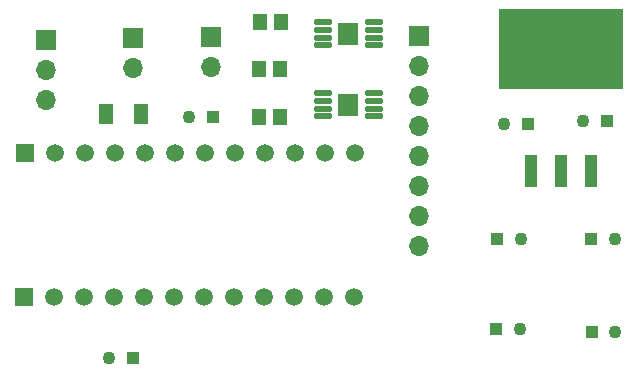
<source format=gbr>
%TF.GenerationSoftware,KiCad,Pcbnew,(6.0.5)*%
%TF.CreationDate,2023-06-19T13:08:36+02:00*%
%TF.ProjectId,PCB_Hoja,5043425f-486f-46a6-912e-6b696361645f,rev?*%
%TF.SameCoordinates,Original*%
%TF.FileFunction,Soldermask,Top*%
%TF.FilePolarity,Negative*%
%FSLAX46Y46*%
G04 Gerber Fmt 4.6, Leading zero omitted, Abs format (unit mm)*
G04 Created by KiCad (PCBNEW (6.0.5)) date 2023-06-19 13:08:36*
%MOMM*%
%LPD*%
G01*
G04 APERTURE LIST*
G04 Aperture macros list*
%AMRoundRect*
0 Rectangle with rounded corners*
0 $1 Rounding radius*
0 $2 $3 $4 $5 $6 $7 $8 $9 X,Y pos of 4 corners*
0 Add a 4 corners polygon primitive as box body*
4,1,4,$2,$3,$4,$5,$6,$7,$8,$9,$2,$3,0*
0 Add four circle primitives for the rounded corners*
1,1,$1+$1,$2,$3*
1,1,$1+$1,$4,$5*
1,1,$1+$1,$6,$7*
1,1,$1+$1,$8,$9*
0 Add four rect primitives between the rounded corners*
20,1,$1+$1,$2,$3,$4,$5,0*
20,1,$1+$1,$4,$5,$6,$7,0*
20,1,$1+$1,$6,$7,$8,$9,0*
20,1,$1+$1,$8,$9,$2,$3,0*%
G04 Aperture macros list end*
%ADD10R,1.100000X1.100000*%
%ADD11C,1.100000*%
%ADD12R,1.050000X2.790000*%
%ADD13R,10.580000X6.840000*%
%ADD14R,1.160000X1.820000*%
%ADD15RoundRect,0.028800X-0.696200X-0.211200X0.696200X-0.211200X0.696200X0.211200X-0.696200X0.211200X0*%
%ADD16RoundRect,0.028800X0.696200X0.211200X-0.696200X0.211200X-0.696200X-0.211200X0.696200X-0.211200X0*%
%ADD17R,1.680000X1.880000*%
%ADD18C,1.508000*%
%ADD19R,1.508000X1.508000*%
%ADD20R,1.150000X1.450000*%
%ADD21R,1.700000X1.700000*%
%ADD22O,1.700000X1.700000*%
G04 APERTURE END LIST*
D10*
%TO.C,C9*%
X158462500Y-81400000D03*
D11*
X156462500Y-81400000D03*
%TD*%
D12*
%TO.C,VR1*%
X152060000Y-85590000D03*
X154600000Y-85590000D03*
X157140000Y-85590000D03*
D13*
X154600000Y-75240000D03*
%TD*%
D14*
%TO.C,R5*%
X119075000Y-80800000D03*
X116125000Y-80800000D03*
%TD*%
D15*
%TO.C,R2*%
X134440000Y-79025000D03*
X134440000Y-79675000D03*
X134440000Y-80325000D03*
X134440000Y-80975000D03*
D16*
X138760000Y-80975000D03*
X138760000Y-80325000D03*
X138760000Y-79675000D03*
X138760000Y-79025000D03*
D17*
X136600000Y-80000000D03*
%TD*%
D15*
%TO.C,R1*%
X134440000Y-73025000D03*
X134440000Y-73675000D03*
X134440000Y-74325000D03*
X134440000Y-74975000D03*
D16*
X138760000Y-74975000D03*
X138760000Y-74325000D03*
X138760000Y-73675000D03*
X138760000Y-73025000D03*
D17*
X136600000Y-74000000D03*
%TD*%
D18*
%TO.C,PS2*%
X137170000Y-84050000D03*
X134630000Y-84050000D03*
X132090000Y-84050000D03*
X129550000Y-84050000D03*
X127010000Y-84050000D03*
X124470000Y-84050000D03*
X121930000Y-84050000D03*
X119390000Y-84050000D03*
X116850000Y-84050000D03*
X114310000Y-84050000D03*
X111770000Y-84050000D03*
D19*
X109230000Y-84050000D03*
%TD*%
%TO.C,PS1*%
X109150000Y-96250000D03*
D18*
X111690000Y-96250000D03*
X114230000Y-96250000D03*
X116770000Y-96250000D03*
X119310000Y-96250000D03*
X121850000Y-96250000D03*
X124390000Y-96250000D03*
X126930000Y-96250000D03*
X129470000Y-96250000D03*
X132010000Y-96250000D03*
X134550000Y-96250000D03*
X137090000Y-96250000D03*
%TD*%
D10*
%TO.C,C16*%
X125137500Y-81000000D03*
D11*
X123137500Y-81000000D03*
%TD*%
D10*
%TO.C,C14*%
X118337500Y-101400000D03*
D11*
X116337500Y-101400000D03*
%TD*%
D10*
%TO.C,C12*%
X151800000Y-81600000D03*
D11*
X149800000Y-81600000D03*
%TD*%
D10*
%TO.C,C11*%
X157200000Y-99200000D03*
D11*
X159200000Y-99200000D03*
%TD*%
D10*
%TO.C,C10*%
X149137500Y-99000000D03*
D11*
X151137500Y-99000000D03*
%TD*%
D20*
%TO.C,C5*%
X129000000Y-81000000D03*
X130800000Y-81000000D03*
%TD*%
%TO.C,C4*%
X129000000Y-77000000D03*
X130800000Y-77000000D03*
%TD*%
D10*
%TO.C,C3*%
X157137500Y-91400000D03*
D11*
X159137500Y-91400000D03*
%TD*%
D10*
%TO.C,C2*%
X149200000Y-91400000D03*
D11*
X151200000Y-91400000D03*
%TD*%
D20*
%TO.C,C1*%
X129100000Y-73000000D03*
X130900000Y-73000000D03*
%TD*%
D21*
%TO.C,J3*%
X125000000Y-74250000D03*
D22*
X125000000Y-76790000D03*
%TD*%
D21*
%TO.C,J1*%
X111000000Y-74475000D03*
D22*
X111000000Y-77015000D03*
X111000000Y-79555000D03*
%TD*%
D21*
%TO.C,J2*%
X118400000Y-74325000D03*
D22*
X118400000Y-76865000D03*
%TD*%
%TO.C,J4*%
X142600000Y-91980000D03*
X142600000Y-89440000D03*
X142600000Y-86900000D03*
X142600000Y-84360000D03*
X142600000Y-81820000D03*
X142600000Y-79280000D03*
X142600000Y-76740000D03*
D21*
X142600000Y-74200000D03*
%TD*%
M02*

</source>
